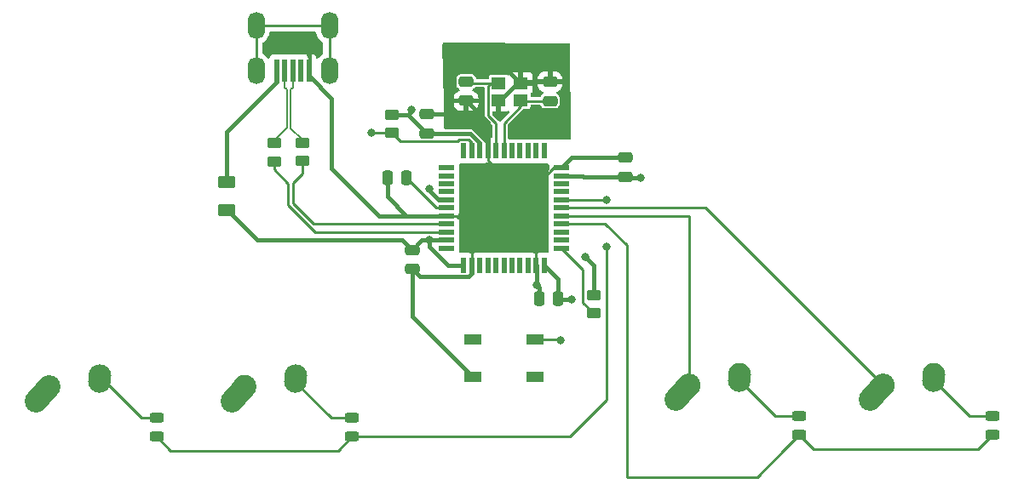
<source format=gbr>
%TF.GenerationSoftware,KiCad,Pcbnew,7.0.8*%
%TF.CreationDate,2023-11-14T13:05:45-05:00*%
%TF.ProjectId,KiCad Files,4b694361-6420-4466-996c-65732e6b6963,rev?*%
%TF.SameCoordinates,Original*%
%TF.FileFunction,Copper,L2,Bot*%
%TF.FilePolarity,Positive*%
%FSLAX46Y46*%
G04 Gerber Fmt 4.6, Leading zero omitted, Abs format (unit mm)*
G04 Created by KiCad (PCBNEW 7.0.8) date 2023-11-14 13:05:45*
%MOMM*%
%LPD*%
G01*
G04 APERTURE LIST*
G04 Aperture macros list*
%AMRoundRect*
0 Rectangle with rounded corners*
0 $1 Rounding radius*
0 $2 $3 $4 $5 $6 $7 $8 $9 X,Y pos of 4 corners*
0 Add a 4 corners polygon primitive as box body*
4,1,4,$2,$3,$4,$5,$6,$7,$8,$9,$2,$3,0*
0 Add four circle primitives for the rounded corners*
1,1,$1+$1,$2,$3*
1,1,$1+$1,$4,$5*
1,1,$1+$1,$6,$7*
1,1,$1+$1,$8,$9*
0 Add four rect primitives between the rounded corners*
20,1,$1+$1,$2,$3,$4,$5,0*
20,1,$1+$1,$4,$5,$6,$7,0*
20,1,$1+$1,$6,$7,$8,$9,0*
20,1,$1+$1,$8,$9,$2,$3,0*%
%AMHorizOval*
0 Thick line with rounded ends*
0 $1 width*
0 $2 $3 position (X,Y) of the first rounded end (center of the circle)*
0 $4 $5 position (X,Y) of the second rounded end (center of the circle)*
0 Add line between two ends*
20,1,$1,$2,$3,$4,$5,0*
0 Add two circle primitives to create the rounded ends*
1,1,$1,$2,$3*
1,1,$1,$4,$5*%
G04 Aperture macros list end*
%TA.AperFunction,ComponentPad*%
%ADD10HorizOval,2.250000X0.655001X0.730000X-0.655001X-0.730000X0*%
%TD*%
%TA.AperFunction,ComponentPad*%
%ADD11C,2.250000*%
%TD*%
%TA.AperFunction,ComponentPad*%
%ADD12HorizOval,2.250000X0.020000X0.290000X-0.020000X-0.290000X0*%
%TD*%
%TA.AperFunction,SMDPad,CuDef*%
%ADD13RoundRect,0.243750X0.456250X-0.243750X0.456250X0.243750X-0.456250X0.243750X-0.456250X-0.243750X0*%
%TD*%
%TA.AperFunction,SMDPad,CuDef*%
%ADD14RoundRect,0.250000X0.450000X-0.262500X0.450000X0.262500X-0.450000X0.262500X-0.450000X-0.262500X0*%
%TD*%
%TA.AperFunction,SMDPad,CuDef*%
%ADD15R,1.800000X1.100000*%
%TD*%
%TA.AperFunction,SMDPad,CuDef*%
%ADD16RoundRect,0.250000X-0.450000X0.262500X-0.450000X-0.262500X0.450000X-0.262500X0.450000X0.262500X0*%
%TD*%
%TA.AperFunction,SMDPad,CuDef*%
%ADD17RoundRect,0.250000X0.250000X0.475000X-0.250000X0.475000X-0.250000X-0.475000X0.250000X-0.475000X0*%
%TD*%
%TA.AperFunction,SMDPad,CuDef*%
%ADD18R,1.500000X0.550000*%
%TD*%
%TA.AperFunction,SMDPad,CuDef*%
%ADD19R,0.550000X1.500000*%
%TD*%
%TA.AperFunction,SMDPad,CuDef*%
%ADD20RoundRect,0.250000X0.475000X-0.250000X0.475000X0.250000X-0.475000X0.250000X-0.475000X-0.250000X0*%
%TD*%
%TA.AperFunction,SMDPad,CuDef*%
%ADD21R,0.500000X2.250000*%
%TD*%
%TA.AperFunction,ComponentPad*%
%ADD22O,1.700000X2.700000*%
%TD*%
%TA.AperFunction,SMDPad,CuDef*%
%ADD23RoundRect,0.250000X-0.625000X0.375000X-0.625000X-0.375000X0.625000X-0.375000X0.625000X0.375000X0*%
%TD*%
%TA.AperFunction,SMDPad,CuDef*%
%ADD24RoundRect,0.250000X-0.475000X0.250000X-0.475000X-0.250000X0.475000X-0.250000X0.475000X0.250000X0*%
%TD*%
%TA.AperFunction,SMDPad,CuDef*%
%ADD25R,1.400000X1.200000*%
%TD*%
%TA.AperFunction,ViaPad*%
%ADD26C,0.800000*%
%TD*%
%TA.AperFunction,Conductor*%
%ADD27C,0.381000*%
%TD*%
%TA.AperFunction,Conductor*%
%ADD28C,0.250000*%
%TD*%
%TA.AperFunction,Conductor*%
%ADD29C,0.200000*%
%TD*%
G04 APERTURE END LIST*
D10*
%TO.P,MX4,1,COL*%
%TO.N,COL1*%
X180525001Y-109740000D03*
D11*
X181180000Y-109010000D03*
D12*
%TO.P,MX4,2,ROW*%
%TO.N,Net-(D4-A)*%
X186200000Y-108220000D03*
D11*
X186220000Y-107930000D03*
%TD*%
D10*
%TO.P,MX2,1,COL*%
%TO.N,COL1*%
X117095001Y-109872500D03*
D11*
X117750000Y-109142500D03*
D12*
%TO.P,MX2,2,ROW*%
%TO.N,Net-(D2-A)*%
X122770000Y-108352500D03*
D11*
X122790000Y-108062500D03*
%TD*%
D10*
%TO.P,MX3,1,COL*%
%TO.N,COL0*%
X161255001Y-109740000D03*
D11*
X161910000Y-109010000D03*
D12*
%TO.P,MX3,2,ROW*%
%TO.N,Net-(D3-A)*%
X166930000Y-108220000D03*
D11*
X166950000Y-107930000D03*
%TD*%
D10*
%TO.P,MX1,1,COL*%
%TO.N,COL0*%
X97625001Y-109880000D03*
D11*
X98280000Y-109150000D03*
D12*
%TO.P,MX1,2,ROW*%
%TO.N,Net-(D1-A)*%
X103300000Y-108360000D03*
D11*
X103320000Y-108070000D03*
%TD*%
D13*
%TO.P,D4,1,K*%
%TO.N,ROW1*%
X192058750Y-113936250D03*
%TO.P,D4,2,A*%
%TO.N,Net-(D4-A)*%
X192058750Y-112061250D03*
%TD*%
D14*
%TO.P,R4,1*%
%TO.N,Net-(U1-~{HWB}{slash}PE2)*%
X152400000Y-101837500D03*
%TO.P,R4,2*%
%TO.N,GND*%
X152400000Y-100012500D03*
%TD*%
D15*
%TO.P,SW1,1,1*%
%TO.N,GND*%
X140375000Y-108175000D03*
%TO.P,SW1,2,2*%
%TO.N,Net-(U1-~{RESET})*%
X146575000Y-104475000D03*
%TO.P,SW1,3*%
%TO.N,N/C*%
X140375000Y-104475000D03*
%TO.P,SW1,4*%
X146575000Y-108175000D03*
%TD*%
D16*
%TO.P,R1,1*%
%TO.N,+5V*%
X132390000Y-82077500D03*
%TO.P,R1,2*%
%TO.N,Net-(U1-~{RESET})*%
X132390000Y-83902500D03*
%TD*%
D17*
%TO.P,C3,1*%
%TO.N,Net-(U1-UCAP)*%
X133810000Y-88390000D03*
%TO.P,C3,2*%
%TO.N,GND*%
X131910000Y-88390000D03*
%TD*%
D18*
%TO.P,U1,1,PE6*%
%TO.N,unconnected-(U1-PE6-Pad1)*%
X137810000Y-95360000D03*
%TO.P,U1,2,UVCC*%
%TO.N,+5V*%
X137810000Y-94560000D03*
%TO.P,U1,3,D-*%
%TO.N,Net-(U1-D-)*%
X137810000Y-93760000D03*
%TO.P,U1,4,D+*%
%TO.N,Net-(U1-D+)*%
X137810000Y-92960000D03*
%TO.P,U1,5,UGND*%
%TO.N,GND*%
X137810000Y-92160000D03*
%TO.P,U1,6,UCAP*%
%TO.N,Net-(U1-UCAP)*%
X137810000Y-91360000D03*
%TO.P,U1,7,VBUS*%
%TO.N,+5V*%
X137810000Y-90560000D03*
%TO.P,U1,8,PB0*%
%TO.N,unconnected-(U1-PB0-Pad8)*%
X137810000Y-89760000D03*
%TO.P,U1,9,PB1*%
%TO.N,unconnected-(U1-PB1-Pad9)*%
X137810000Y-88960000D03*
%TO.P,U1,10,PB2*%
%TO.N,unconnected-(U1-PB2-Pad10)*%
X137810000Y-88160000D03*
%TO.P,U1,11,PB3*%
%TO.N,unconnected-(U1-PB3-Pad11)*%
X137810000Y-87360000D03*
D19*
%TO.P,U1,12,PB7*%
%TO.N,unconnected-(U1-PB7-Pad12)*%
X139510000Y-85660000D03*
%TO.P,U1,13,~{RESET}*%
%TO.N,Net-(U1-~{RESET})*%
X140310000Y-85660000D03*
%TO.P,U1,14,VCC*%
%TO.N,+5V*%
X141110000Y-85660000D03*
%TO.P,U1,15,GND*%
%TO.N,GND*%
X141910000Y-85660000D03*
%TO.P,U1,16,XTAL2*%
%TO.N,Net-(U1-XTAL2)*%
X142710000Y-85660000D03*
%TO.P,U1,17,XTAL1*%
%TO.N,Net-(U1-XTAL1)*%
X143510000Y-85660000D03*
%TO.P,U1,18,PD0*%
%TO.N,unconnected-(U1-PD0-Pad18)*%
X144310000Y-85660000D03*
%TO.P,U1,19,PD1*%
%TO.N,unconnected-(U1-PD1-Pad19)*%
X145110000Y-85660000D03*
%TO.P,U1,20,PD2*%
%TO.N,unconnected-(U1-PD2-Pad20)*%
X145910000Y-85660000D03*
%TO.P,U1,21,PD3*%
%TO.N,unconnected-(U1-PD3-Pad21)*%
X146710000Y-85660000D03*
%TO.P,U1,22,PD5*%
%TO.N,unconnected-(U1-PD5-Pad22)*%
X147510000Y-85660000D03*
D18*
%TO.P,U1,23,GND*%
%TO.N,GND*%
X149210000Y-87360000D03*
%TO.P,U1,24,AVCC*%
%TO.N,+5V*%
X149210000Y-88160000D03*
%TO.P,U1,25,PD4*%
%TO.N,unconnected-(U1-PD4-Pad25)*%
X149210000Y-88960000D03*
%TO.P,U1,26,PD6*%
%TO.N,unconnected-(U1-PD6-Pad26)*%
X149210000Y-89760000D03*
%TO.P,U1,27,PD7*%
%TO.N,ROW0*%
X149210000Y-90560000D03*
%TO.P,U1,28,PB4*%
%TO.N,COL1*%
X149210000Y-91360000D03*
%TO.P,U1,29,PB5*%
%TO.N,COL0*%
X149210000Y-92160000D03*
%TO.P,U1,30,PB6*%
%TO.N,ROW1*%
X149210000Y-92960000D03*
%TO.P,U1,31,PC6*%
%TO.N,unconnected-(U1-PC6-Pad31)*%
X149210000Y-93760000D03*
%TO.P,U1,32,PC7*%
%TO.N,unconnected-(U1-PC7-Pad32)*%
X149210000Y-94560000D03*
%TO.P,U1,33,~{HWB}/PE2*%
%TO.N,Net-(U1-~{HWB}{slash}PE2)*%
X149210000Y-95360000D03*
D19*
%TO.P,U1,34,VCC*%
%TO.N,+5V*%
X147510000Y-97060000D03*
%TO.P,U1,35,GND*%
%TO.N,GND*%
X146710000Y-97060000D03*
%TO.P,U1,36,PF7*%
%TO.N,unconnected-(U1-PF7-Pad36)*%
X145910000Y-97060000D03*
%TO.P,U1,37,PF6*%
%TO.N,unconnected-(U1-PF6-Pad37)*%
X145110000Y-97060000D03*
%TO.P,U1,38,PF5*%
%TO.N,unconnected-(U1-PF5-Pad38)*%
X144310000Y-97060000D03*
%TO.P,U1,39,PF4*%
%TO.N,unconnected-(U1-PF4-Pad39)*%
X143510000Y-97060000D03*
%TO.P,U1,40,PF1*%
%TO.N,unconnected-(U1-PF1-Pad40)*%
X142710000Y-97060000D03*
%TO.P,U1,41,PF0*%
%TO.N,unconnected-(U1-PF0-Pad41)*%
X141910000Y-97060000D03*
%TO.P,U1,42,AREF*%
%TO.N,unconnected-(U1-AREF-Pad42)*%
X141110000Y-97060000D03*
%TO.P,U1,43,GND*%
%TO.N,GND*%
X140310000Y-97060000D03*
%TO.P,U1,44,AVCC*%
%TO.N,+5V*%
X139510000Y-97060000D03*
%TD*%
D20*
%TO.P,C4,1*%
%TO.N,+5V*%
X135830000Y-83940000D03*
%TO.P,C4,2*%
%TO.N,GND*%
X135830000Y-82040000D03*
%TD*%
D16*
%TO.P,R3,1*%
%TO.N,D-*%
X120650000Y-84917500D03*
%TO.P,R3,2*%
%TO.N,Net-(U1-D-)*%
X120650000Y-86742500D03*
%TD*%
D17*
%TO.P,C6,1*%
%TO.N,+5V*%
X148890000Y-100380000D03*
%TO.P,C6,2*%
%TO.N,GND*%
X146990000Y-100380000D03*
%TD*%
D13*
%TO.P,D3,1,K*%
%TO.N,ROW1*%
X172861250Y-113946250D03*
%TO.P,D3,2,A*%
%TO.N,Net-(D3-A)*%
X172861250Y-112071250D03*
%TD*%
D16*
%TO.P,R2,1*%
%TO.N,D+*%
X123460000Y-84887500D03*
%TO.P,R2,2*%
%TO.N,Net-(U1-D+)*%
X123460000Y-86712500D03*
%TD*%
D21*
%TO.P,USB1,1,GND*%
%TO.N,GND*%
X124120000Y-77690000D03*
%TO.P,USB1,2,ID*%
%TO.N,unconnected-(USB1-ID-Pad2)*%
X123320000Y-77690000D03*
%TO.P,USB1,3,D+*%
%TO.N,D+*%
X122520000Y-77690000D03*
%TO.P,USB1,4,D-*%
%TO.N,D-*%
X121720000Y-77690000D03*
%TO.P,USB1,5,VBUS*%
%TO.N,VCC*%
X120920000Y-77690000D03*
D22*
%TO.P,USB1,6,SHIELD*%
%TO.N,unconnected-(USB1-SHIELD-Pad6)*%
X126170000Y-73190000D03*
X118870000Y-73190000D03*
X126170000Y-77690000D03*
X118870000Y-77690000D03*
%TD*%
D23*
%TO.P,F1,1*%
%TO.N,VCC*%
X115960000Y-88810000D03*
%TO.P,F1,2*%
%TO.N,+5V*%
X115960000Y-91610000D03*
%TD*%
D24*
%TO.P,C7,1*%
%TO.N,+5V*%
X134375000Y-95550000D03*
%TO.P,C7,2*%
%TO.N,GND*%
X134375000Y-97450000D03*
%TD*%
D13*
%TO.P,D1,1,K*%
%TO.N,ROW0*%
X108960000Y-114100000D03*
%TO.P,D1,2,A*%
%TO.N,Net-(D1-A)*%
X108960000Y-112225000D03*
%TD*%
D20*
%TO.P,C2,1*%
%TO.N,GND*%
X139740000Y-80700000D03*
%TO.P,C2,2*%
%TO.N,Net-(U1-XTAL2)*%
X139740000Y-78800000D03*
%TD*%
D13*
%TO.P,D2,1,K*%
%TO.N,ROW0*%
X128430000Y-114102500D03*
%TO.P,D2,2,A*%
%TO.N,Net-(D2-A)*%
X128430000Y-112227500D03*
%TD*%
D24*
%TO.P,C1,1*%
%TO.N,GND*%
X148080000Y-78810000D03*
%TO.P,C1,2*%
%TO.N,Net-(U1-XTAL1)*%
X148080000Y-80710000D03*
%TD*%
D25*
%TO.P,Y1,1,1*%
%TO.N,Net-(U1-XTAL1)*%
X145180000Y-80630000D03*
%TO.P,Y1,2,2*%
%TO.N,GND*%
X142980000Y-80630000D03*
%TO.P,Y1,3,3*%
%TO.N,Net-(U1-XTAL2)*%
X142980000Y-78930000D03*
%TO.P,Y1,4,4*%
%TO.N,GND*%
X145180000Y-78930000D03*
%TD*%
D20*
%TO.P,C5,1*%
%TO.N,+5V*%
X155575000Y-88262500D03*
%TO.P,C5,2*%
%TO.N,GND*%
X155575000Y-86362500D03*
%TD*%
D26*
%TO.N,GND*%
X151550000Y-96225000D03*
X146775000Y-99050000D03*
%TO.N,+5V*%
X136075000Y-94560000D03*
X157100000Y-88325000D03*
X136075000Y-89500000D03*
X134275000Y-81550000D03*
X150275000Y-100450000D03*
%TO.N,ROW0*%
X153700000Y-95225000D03*
X153700000Y-90550000D03*
%TO.N,Net-(U1-~{RESET})*%
X149150000Y-104575000D03*
X130375000Y-83900000D03*
%TD*%
D27*
%TO.N,GND*%
X138400000Y-80700000D02*
X139740000Y-80700000D01*
D28*
X146710000Y-97060000D02*
X146710000Y-94810000D01*
D27*
X135125500Y-98200500D02*
X139946750Y-98200500D01*
X134375000Y-97450000D02*
X135125500Y-98200500D01*
X146775000Y-97125000D02*
X146710000Y-97060000D01*
D28*
X145550000Y-90270000D02*
X148460000Y-87360000D01*
D27*
X152400000Y-97075000D02*
X151550000Y-96225000D01*
X131110000Y-92160000D02*
X126350000Y-87400000D01*
X146990000Y-99265000D02*
X146775000Y-99050000D01*
X126350000Y-80475000D02*
X124120000Y-78245000D01*
X133825000Y-92160000D02*
X131110000Y-92160000D01*
X146990000Y-100380000D02*
X146990000Y-99265000D01*
X134375000Y-102175000D02*
X140375000Y-108175000D01*
X141910000Y-84861092D02*
X141910000Y-85660000D01*
X137875000Y-78275000D02*
X137875000Y-80175000D01*
X137810000Y-92160000D02*
X133825000Y-92160000D01*
X124120000Y-78245000D02*
X124120000Y-77690000D01*
D28*
X145550000Y-93650000D02*
X140300000Y-93650000D01*
X140310000Y-93660000D02*
X140310000Y-97060000D01*
X146710000Y-94810000D02*
X145550000Y-93650000D01*
D27*
X139088908Y-82040000D02*
X141910000Y-84861092D01*
D28*
X140300000Y-93650000D02*
X138810000Y-92160000D01*
D27*
X145180000Y-78930000D02*
X144832250Y-78930000D01*
X148080000Y-78810000D02*
X145300000Y-78810000D01*
X139946750Y-98200500D02*
X140310000Y-97837250D01*
X143925000Y-77675000D02*
X138475000Y-77675000D01*
D28*
X145550000Y-93650000D02*
X145550000Y-90270000D01*
D27*
X152400000Y-100012500D02*
X152400000Y-97075000D01*
X134375000Y-97450000D02*
X134375000Y-102175000D01*
D28*
X141910000Y-86630000D02*
X141910000Y-85660000D01*
X138810000Y-92160000D02*
X137810000Y-92160000D01*
D27*
X126350000Y-87400000D02*
X126350000Y-80475000D01*
X137875000Y-80175000D02*
X138400000Y-80700000D01*
D28*
X148460000Y-87360000D02*
X149210000Y-87360000D01*
D27*
X144832250Y-78930000D02*
X143132250Y-80630000D01*
D28*
X140300000Y-93650000D02*
X140310000Y-93660000D01*
D27*
X138475000Y-77675000D02*
X137875000Y-78275000D01*
X150207500Y-86362500D02*
X149210000Y-87360000D01*
X131910000Y-90245000D02*
X133825000Y-92160000D01*
X140310000Y-97837250D02*
X140310000Y-97060000D01*
X139740000Y-80700000D02*
X141910000Y-82870000D01*
X135830000Y-82040000D02*
X139088908Y-82040000D01*
X141910000Y-82870000D02*
X141910000Y-84861092D01*
X155575000Y-86362500D02*
X150207500Y-86362500D01*
X131910000Y-88390000D02*
X131910000Y-90245000D01*
X143132250Y-80630000D02*
X142980000Y-80630000D01*
X146775000Y-99050000D02*
X146775000Y-97125000D01*
X145180000Y-78930000D02*
X143925000Y-77675000D01*
D28*
X145550000Y-90270000D02*
X141910000Y-86630000D01*
D27*
X145300000Y-78810000D02*
X145180000Y-78930000D01*
D28*
%TO.N,Net-(U1-XTAL1)*%
X145180000Y-81245000D02*
X143510000Y-82915000D01*
X145180000Y-80630000D02*
X145180000Y-81245000D01*
X143510000Y-82915000D02*
X143510000Y-85660000D01*
X145260000Y-80710000D02*
X145180000Y-80630000D01*
X148080000Y-80710000D02*
X145260000Y-80710000D01*
%TO.N,Net-(U1-XTAL2)*%
X141955000Y-82185972D02*
X142710000Y-82940972D01*
X142980000Y-78930000D02*
X142280000Y-78930000D01*
X142710000Y-82940972D02*
X142710000Y-85660000D01*
X142980000Y-78930000D02*
X139870000Y-78930000D01*
X142280000Y-78930000D02*
X141955000Y-79255000D01*
X141955000Y-79255000D02*
X141955000Y-82185972D01*
X139870000Y-78930000D02*
X139740000Y-78800000D01*
%TO.N,Net-(U1-UCAP)*%
X133810000Y-88390000D02*
X136780000Y-91360000D01*
X136780000Y-91360000D02*
X137810000Y-91360000D01*
D27*
%TO.N,+5V*%
X136075000Y-95202250D02*
X136075000Y-94560000D01*
X136075000Y-89602250D02*
X136075000Y-89500000D01*
X141110000Y-84882750D02*
X141110000Y-85660000D01*
X149210000Y-88160000D02*
X151335000Y-88160000D01*
X134275000Y-81770000D02*
X133967500Y-82077500D01*
X137810000Y-90560000D02*
X137032750Y-90560000D01*
X155637500Y-88325000D02*
X155575000Y-88262500D01*
X157100000Y-88325000D02*
X155637500Y-88325000D01*
X116035000Y-91610000D02*
X118975000Y-94550000D01*
X148890000Y-100380000D02*
X148890000Y-98440000D01*
X133375000Y-94550000D02*
X134375000Y-95550000D01*
X132390000Y-82077500D02*
X133967500Y-82077500D01*
X139510000Y-97060000D02*
X137932750Y-97060000D01*
X137032750Y-90560000D02*
X136075000Y-89602250D01*
X133967500Y-82077500D02*
X135830000Y-83940000D01*
X135830000Y-83940000D02*
X140167250Y-83940000D01*
X140167250Y-83940000D02*
X141110000Y-84882750D01*
X134375000Y-95550000D02*
X135365000Y-94560000D01*
X155575000Y-88262500D02*
X151437500Y-88262500D01*
X148960000Y-100450000D02*
X148890000Y-100380000D01*
X115960000Y-91610000D02*
X116035000Y-91610000D01*
X148890000Y-98440000D02*
X147510000Y-97060000D01*
X118975000Y-94550000D02*
X133375000Y-94550000D01*
X136075000Y-94560000D02*
X137810000Y-94560000D01*
X137932750Y-97060000D02*
X136075000Y-95202250D01*
X134275000Y-81550000D02*
X134275000Y-81770000D01*
X150275000Y-100450000D02*
X148960000Y-100450000D01*
X151335000Y-88160000D02*
X151437500Y-88262500D01*
X135365000Y-94560000D02*
X136075000Y-94560000D01*
D28*
%TO.N,ROW0*%
X128430000Y-114102500D02*
X150097500Y-114102500D01*
X127021100Y-115511400D02*
X128430000Y-114102500D01*
X153700000Y-90550000D02*
X153690000Y-90560000D01*
X108960000Y-114100000D02*
X110371400Y-115511400D01*
X110371400Y-115511400D02*
X127021100Y-115511400D01*
X150097500Y-114102500D02*
X153700000Y-110500000D01*
X153700000Y-110500000D02*
X153700000Y-95225000D01*
X153690000Y-90560000D02*
X149210000Y-90560000D01*
%TO.N,Net-(D1-A)*%
X107475000Y-112225000D02*
X103320000Y-108070000D01*
X108960000Y-112225000D02*
X107475000Y-112225000D01*
%TO.N,Net-(D2-A)*%
X126335000Y-112227500D02*
X122750000Y-108642500D01*
X128430000Y-112227500D02*
X126335000Y-112227500D01*
%TO.N,ROW1*%
X171428600Y-115396400D02*
X168675000Y-118150000D01*
X174293900Y-115378900D02*
X190616100Y-115378900D01*
X153565000Y-92960000D02*
X149210000Y-92960000D01*
X168675000Y-118150000D02*
X155700000Y-118150000D01*
X155700000Y-95075000D02*
X153575000Y-92950000D01*
X190616100Y-115378900D02*
X192058750Y-113936250D01*
X171428600Y-115378900D02*
X171428600Y-115396400D01*
X172861250Y-113946250D02*
X171428600Y-115378900D01*
X153575000Y-92950000D02*
X153565000Y-92960000D01*
X172861250Y-113946250D02*
X174293900Y-115378900D01*
X155700000Y-118150000D02*
X155700000Y-95075000D01*
%TO.N,Net-(D3-A)*%
X170471250Y-112071250D02*
X166910000Y-108510000D01*
X172861250Y-112071250D02*
X170471250Y-112071250D01*
%TO.N,Net-(D4-A)*%
X192058750Y-112061250D02*
X189731250Y-112061250D01*
X189731250Y-112061250D02*
X186180000Y-108510000D01*
D27*
%TO.N,VCC*%
X120920000Y-77690000D02*
X120920000Y-78815000D01*
X115960000Y-83775000D02*
X115960000Y-88810000D01*
X120920000Y-78815000D02*
X115960000Y-83775000D01*
D28*
%TO.N,COL0*%
X161915000Y-92160000D02*
X149210000Y-92160000D01*
X161910000Y-99810000D02*
X161925000Y-99795000D01*
X161910000Y-109010000D02*
X161910000Y-99810000D01*
X161925000Y-99795000D02*
X161925000Y-92150000D01*
X161925000Y-92150000D02*
X161915000Y-92160000D01*
%TO.N,COL1*%
X181180000Y-109010000D02*
X163530000Y-91360000D01*
X163530000Y-91360000D02*
X149210000Y-91360000D01*
%TO.N,Net-(U1-~{RESET})*%
X133252500Y-84765000D02*
X138860000Y-84765000D01*
X132387500Y-83900000D02*
X132390000Y-83902500D01*
X132390000Y-83902500D02*
X133252500Y-84765000D01*
X140310000Y-84910000D02*
X140310000Y-85660000D01*
X139040000Y-84585000D02*
X139985000Y-84585000D01*
X149150000Y-104575000D02*
X149050000Y-104475000D01*
X149050000Y-104475000D02*
X146575000Y-104475000D01*
X130375000Y-83900000D02*
X132387500Y-83900000D01*
X139985000Y-84585000D02*
X140310000Y-84910000D01*
X138860000Y-84765000D02*
X139040000Y-84585000D01*
D29*
%TO.N,D+*%
X122520000Y-77690000D02*
X122520000Y-79405000D01*
X122520000Y-79405000D02*
X122325000Y-79600000D01*
X123460000Y-84560000D02*
X122325000Y-83425000D01*
X122325000Y-83425000D02*
X122325000Y-79600000D01*
X123460000Y-84887500D02*
X123460000Y-84560000D01*
D28*
%TO.N,Net-(U1-D+)*%
X122525000Y-88850000D02*
X122525000Y-90900000D01*
X123460000Y-87915000D02*
X122525000Y-88850000D01*
X122525000Y-90900000D02*
X124585000Y-92960000D01*
X124585000Y-92960000D02*
X137810000Y-92960000D01*
X123460000Y-86712500D02*
X123460000Y-87915000D01*
D29*
%TO.N,D-*%
X120650000Y-84675000D02*
X120650000Y-84917500D01*
X121925000Y-83400000D02*
X120650000Y-84675000D01*
X121925000Y-79600000D02*
X121925000Y-83400000D01*
X121720000Y-77690000D02*
X121720000Y-79395000D01*
X121720000Y-79395000D02*
X121925000Y-79600000D01*
D28*
%TO.N,Net-(U1-D-)*%
X120650000Y-87550000D02*
X120650000Y-86742500D01*
X122075000Y-88975000D02*
X120650000Y-87550000D01*
X124748604Y-93760000D02*
X122075000Y-91086396D01*
X137810000Y-93760000D02*
X124748604Y-93760000D01*
X122075000Y-91086396D02*
X122075000Y-88975000D01*
%TO.N,Net-(U1-~{HWB}{slash}PE2)*%
X151375000Y-100812500D02*
X151375000Y-97525000D01*
X151375000Y-97525000D02*
X149210000Y-95360000D01*
X152400000Y-101837500D02*
X151375000Y-100812500D01*
%TO.N,unconnected-(USB1-SHIELD-Pad6)*%
X118870000Y-77690000D02*
X118870000Y-73190000D01*
X126170000Y-73190000D02*
X126170000Y-77690000D01*
X126170000Y-73190000D02*
X118870000Y-73190000D01*
%TD*%
%TA.AperFunction,Conductor*%
%TO.N,GND*%
G36*
X149927206Y-74949757D02*
G01*
X149994205Y-74969574D01*
X150039856Y-75022469D01*
X150050956Y-75072791D01*
X150124018Y-84449036D01*
X150104857Y-84516227D01*
X150052411Y-84562392D01*
X149999036Y-84573998D01*
X144008514Y-84526359D01*
X143941633Y-84506142D01*
X143896300Y-84452976D01*
X143885500Y-84402363D01*
X143885500Y-83121898D01*
X143905185Y-83054859D01*
X143921814Y-83034222D01*
X145408889Y-81547146D01*
X145428746Y-81531022D01*
X145437836Y-81525084D01*
X145437838Y-81525082D01*
X145445396Y-81518125D01*
X145447029Y-81519899D01*
X145492014Y-81487525D01*
X145533157Y-81480500D01*
X145904676Y-81480500D01*
X145904677Y-81480499D01*
X145977740Y-81465966D01*
X146060601Y-81410601D01*
X146115966Y-81327740D01*
X146130500Y-81254674D01*
X146130500Y-81209500D01*
X146150185Y-81142461D01*
X146202989Y-81096706D01*
X146254500Y-81085500D01*
X147031533Y-81085500D01*
X147098572Y-81105185D01*
X147144327Y-81157989D01*
X147147715Y-81166166D01*
X147161203Y-81202330D01*
X147161206Y-81202335D01*
X147247452Y-81317544D01*
X147247455Y-81317547D01*
X147362664Y-81403793D01*
X147362671Y-81403797D01*
X147497517Y-81454091D01*
X147497516Y-81454091D01*
X147504444Y-81454835D01*
X147557127Y-81460500D01*
X148602872Y-81460499D01*
X148662483Y-81454091D01*
X148797331Y-81403796D01*
X148912546Y-81317546D01*
X148998796Y-81202331D01*
X149049091Y-81067483D01*
X149055500Y-81007873D01*
X149055499Y-80412128D01*
X149049091Y-80352517D01*
X149042253Y-80334184D01*
X148998797Y-80217671D01*
X148998793Y-80217664D01*
X148912547Y-80102455D01*
X148912544Y-80102452D01*
X148797335Y-80016206D01*
X148797329Y-80016203D01*
X148777529Y-80008818D01*
X148721596Y-79966946D01*
X148697179Y-79901482D01*
X148712031Y-79833209D01*
X148761437Y-79783804D01*
X148781860Y-79774930D01*
X148874117Y-79744359D01*
X148874124Y-79744356D01*
X149023345Y-79652315D01*
X149147315Y-79528345D01*
X149239356Y-79379124D01*
X149239358Y-79379119D01*
X149294505Y-79212697D01*
X149294506Y-79212690D01*
X149304999Y-79109986D01*
X149305000Y-79109973D01*
X149305000Y-79060000D01*
X146855001Y-79060000D01*
X146855001Y-79109986D01*
X146865494Y-79212697D01*
X146920641Y-79379119D01*
X146920643Y-79379124D01*
X147012684Y-79528345D01*
X147136654Y-79652315D01*
X147285875Y-79744356D01*
X147285880Y-79744358D01*
X147378140Y-79774930D01*
X147435585Y-79814702D01*
X147462408Y-79879218D01*
X147450093Y-79947994D01*
X147402550Y-79999194D01*
X147382471Y-80008817D01*
X147362674Y-80016201D01*
X147362664Y-80016206D01*
X147247455Y-80102452D01*
X147247452Y-80102455D01*
X147161206Y-80217664D01*
X147161203Y-80217669D01*
X147147715Y-80253834D01*
X147105843Y-80309767D01*
X147040379Y-80334184D01*
X147031533Y-80334500D01*
X146254500Y-80334500D01*
X146187461Y-80314815D01*
X146141706Y-80262011D01*
X146130500Y-80210500D01*
X146130500Y-80029125D01*
X146150185Y-79962086D01*
X146180189Y-79929858D01*
X146237189Y-79887187D01*
X146237190Y-79887186D01*
X146323352Y-79772088D01*
X146323354Y-79772086D01*
X146373596Y-79637379D01*
X146373598Y-79637372D01*
X146379999Y-79577844D01*
X146380000Y-79577827D01*
X146380000Y-79180000D01*
X145054000Y-79180000D01*
X144986961Y-79160315D01*
X144941206Y-79107511D01*
X144930000Y-79056000D01*
X144930000Y-77830000D01*
X145430000Y-77830000D01*
X145430000Y-78680000D01*
X146380000Y-78680000D01*
X146380000Y-78560000D01*
X146855000Y-78560000D01*
X147830000Y-78560000D01*
X147830000Y-77810000D01*
X148330000Y-77810000D01*
X148330000Y-78560000D01*
X149304999Y-78560000D01*
X149304999Y-78510028D01*
X149304998Y-78510013D01*
X149294505Y-78407302D01*
X149239358Y-78240880D01*
X149239356Y-78240875D01*
X149147315Y-78091654D01*
X149023345Y-77967684D01*
X148874124Y-77875643D01*
X148874119Y-77875641D01*
X148707697Y-77820494D01*
X148707690Y-77820493D01*
X148604986Y-77810000D01*
X148330000Y-77810000D01*
X147830000Y-77810000D01*
X147555029Y-77810000D01*
X147555012Y-77810001D01*
X147452302Y-77820494D01*
X147285880Y-77875641D01*
X147285875Y-77875643D01*
X147136654Y-77967684D01*
X147012684Y-78091654D01*
X146920643Y-78240875D01*
X146920641Y-78240880D01*
X146865494Y-78407302D01*
X146865493Y-78407309D01*
X146855000Y-78510013D01*
X146855000Y-78560000D01*
X146380000Y-78560000D01*
X146380000Y-78282172D01*
X146379999Y-78282155D01*
X146373598Y-78222627D01*
X146373596Y-78222620D01*
X146323354Y-78087913D01*
X146323350Y-78087906D01*
X146237190Y-77972812D01*
X146237187Y-77972809D01*
X146122093Y-77886649D01*
X146122086Y-77886645D01*
X145987379Y-77836403D01*
X145987372Y-77836401D01*
X145927844Y-77830000D01*
X145430000Y-77830000D01*
X144930000Y-77830000D01*
X144432155Y-77830000D01*
X144372627Y-77836401D01*
X144372620Y-77836403D01*
X144237913Y-77886645D01*
X144237906Y-77886649D01*
X144122812Y-77972809D01*
X144122809Y-77972812D01*
X144036649Y-78087906D01*
X144032396Y-78095696D01*
X144030357Y-78094582D01*
X143996055Y-78140398D01*
X143930588Y-78164810D01*
X143862317Y-78149953D01*
X143852862Y-78144228D01*
X143777739Y-78094033D01*
X143777735Y-78094032D01*
X143704677Y-78079500D01*
X143704674Y-78079500D01*
X142255326Y-78079500D01*
X142255323Y-78079500D01*
X142182264Y-78094032D01*
X142182260Y-78094033D01*
X142099399Y-78149399D01*
X142044033Y-78232260D01*
X142044032Y-78232264D01*
X142029500Y-78305321D01*
X142029500Y-78430500D01*
X142009815Y-78497539D01*
X141957011Y-78543294D01*
X141905500Y-78554500D01*
X140832514Y-78554500D01*
X140765475Y-78534815D01*
X140719720Y-78482011D01*
X140710951Y-78450050D01*
X140710876Y-78450068D01*
X140710375Y-78447951D01*
X140709224Y-78443753D01*
X140709091Y-78442516D01*
X140658797Y-78307671D01*
X140658793Y-78307664D01*
X140572547Y-78192455D01*
X140572544Y-78192452D01*
X140457335Y-78106206D01*
X140457328Y-78106202D01*
X140322482Y-78055908D01*
X140322483Y-78055908D01*
X140262883Y-78049501D01*
X140262881Y-78049500D01*
X140262873Y-78049500D01*
X140262864Y-78049500D01*
X139217129Y-78049500D01*
X139217123Y-78049501D01*
X139157516Y-78055908D01*
X139022671Y-78106202D01*
X139022664Y-78106206D01*
X138907455Y-78192452D01*
X138907452Y-78192455D01*
X138821206Y-78307664D01*
X138821202Y-78307671D01*
X138770910Y-78442513D01*
X138770909Y-78442517D01*
X138764500Y-78502127D01*
X138764500Y-78502134D01*
X138764500Y-78502135D01*
X138764500Y-79097870D01*
X138764501Y-79097876D01*
X138770908Y-79157483D01*
X138821202Y-79292328D01*
X138821206Y-79292335D01*
X138907452Y-79407544D01*
X138907455Y-79407547D01*
X139022664Y-79493793D01*
X139022673Y-79493798D01*
X139042468Y-79501181D01*
X139098402Y-79543051D01*
X139122820Y-79608515D01*
X139107969Y-79676788D01*
X139058565Y-79726194D01*
X139038141Y-79735069D01*
X138945878Y-79765642D01*
X138945875Y-79765643D01*
X138796654Y-79857684D01*
X138672684Y-79981654D01*
X138580643Y-80130875D01*
X138580641Y-80130880D01*
X138525494Y-80297302D01*
X138525493Y-80297309D01*
X138515000Y-80400013D01*
X138515000Y-80450000D01*
X140964999Y-80450000D01*
X140964999Y-80400028D01*
X140964998Y-80400013D01*
X140954505Y-80297302D01*
X140899358Y-80130880D01*
X140899356Y-80130875D01*
X140807315Y-79981654D01*
X140683345Y-79857684D01*
X140534124Y-79765643D01*
X140534119Y-79765641D01*
X140441859Y-79735069D01*
X140384414Y-79695296D01*
X140357591Y-79630780D01*
X140369906Y-79562004D01*
X140417449Y-79510804D01*
X140437533Y-79501180D01*
X140457326Y-79493798D01*
X140457331Y-79493796D01*
X140572546Y-79407546D01*
X140594673Y-79377989D01*
X140611740Y-79355190D01*
X140667674Y-79313318D01*
X140711007Y-79305500D01*
X141455500Y-79305500D01*
X141522539Y-79325185D01*
X141568294Y-79377989D01*
X141579500Y-79429500D01*
X141579500Y-82134168D01*
X141576862Y-82159606D01*
X141574633Y-82170240D01*
X141574633Y-82170241D01*
X141574633Y-82170243D01*
X141579023Y-82205463D01*
X141579500Y-82213139D01*
X141579500Y-82217088D01*
X141583342Y-82240113D01*
X141590134Y-82294599D01*
X141592373Y-82302119D01*
X141594934Y-82309580D01*
X141594935Y-82309582D01*
X141621055Y-82357849D01*
X141645174Y-82407183D01*
X141649742Y-82413581D01*
X141654582Y-82419799D01*
X141694971Y-82456981D01*
X142298181Y-83060190D01*
X142331666Y-83121513D01*
X142334500Y-83147871D01*
X142334500Y-84286000D01*
X142314815Y-84353039D01*
X142262011Y-84398794D01*
X142210500Y-84410000D01*
X142160000Y-84410000D01*
X142160000Y-84511660D01*
X141660000Y-84507683D01*
X141660000Y-84410000D01*
X141587155Y-84410000D01*
X141527627Y-84416401D01*
X141527619Y-84416403D01*
X141412698Y-84459266D01*
X141343006Y-84464250D01*
X141281684Y-84430765D01*
X141117846Y-84266927D01*
X140499046Y-83648128D01*
X140494428Y-83642960D01*
X140470594Y-83613073D01*
X140422483Y-83580271D01*
X140375643Y-83545702D01*
X140375641Y-83545701D01*
X140368253Y-83541796D01*
X140360752Y-83538184D01*
X140305108Y-83521020D01*
X140250168Y-83501795D01*
X140241953Y-83500241D01*
X140233721Y-83499000D01*
X140233720Y-83499000D01*
X140233718Y-83499000D01*
X140175495Y-83499000D01*
X140117317Y-83496822D01*
X140108084Y-83497863D01*
X140107987Y-83497008D01*
X140092867Y-83499000D01*
X137656738Y-83499000D01*
X137589699Y-83479315D01*
X137543944Y-83426511D01*
X137532753Y-83376947D01*
X137522342Y-82714107D01*
X137494633Y-80950000D01*
X138515001Y-80950000D01*
X138515001Y-80999986D01*
X138525494Y-81102697D01*
X138580641Y-81269119D01*
X138580643Y-81269124D01*
X138672684Y-81418345D01*
X138796654Y-81542315D01*
X138945875Y-81634356D01*
X138945880Y-81634358D01*
X139112302Y-81689505D01*
X139112309Y-81689506D01*
X139215019Y-81699999D01*
X139489999Y-81699999D01*
X139490000Y-81699998D01*
X139490000Y-80950000D01*
X139990000Y-80950000D01*
X139990000Y-81699999D01*
X140264972Y-81699999D01*
X140264986Y-81699998D01*
X140367697Y-81689505D01*
X140534119Y-81634358D01*
X140534124Y-81634356D01*
X140683345Y-81542315D01*
X140807315Y-81418345D01*
X140899356Y-81269124D01*
X140899358Y-81269119D01*
X140954505Y-81102697D01*
X140954506Y-81102690D01*
X140964999Y-80999986D01*
X140965000Y-80999973D01*
X140965000Y-80950000D01*
X139990000Y-80950000D01*
X139490000Y-80950000D01*
X138515001Y-80950000D01*
X137494633Y-80950000D01*
X137401982Y-75051195D01*
X137420612Y-74983856D01*
X137472690Y-74937278D01*
X137526210Y-74925249D01*
X149927206Y-74949757D01*
G37*
%TD.AperFunction*%
%TA.AperFunction,Conductor*%
G36*
X143173039Y-80399685D02*
G01*
X143218794Y-80452489D01*
X143230000Y-80504000D01*
X143230000Y-81730000D01*
X143727828Y-81730000D01*
X143727844Y-81729999D01*
X143787372Y-81723598D01*
X143787376Y-81723597D01*
X143864103Y-81694980D01*
X143933795Y-81689996D01*
X143995118Y-81723481D01*
X144028603Y-81784804D01*
X144023619Y-81854495D01*
X143995118Y-81898843D01*
X143281108Y-82612852D01*
X143261254Y-82628976D01*
X143252165Y-82634914D01*
X143252164Y-82634915D01*
X143230363Y-82662923D01*
X143225286Y-82668674D01*
X143222484Y-82671477D01*
X143222475Y-82671488D01*
X143213980Y-82683386D01*
X143208905Y-82690495D01*
X143203299Y-82697696D01*
X143201032Y-82700610D01*
X143144319Y-82741420D01*
X143074546Y-82745091D01*
X143018765Y-82713254D01*
X143017981Y-82714107D01*
X143014262Y-82710683D01*
X143013865Y-82710457D01*
X143013270Y-82709770D01*
X142971678Y-82671482D01*
X142970029Y-82669964D01*
X142707248Y-82407183D01*
X142366819Y-82066753D01*
X142333334Y-82005430D01*
X142330500Y-81979072D01*
X142330500Y-81854000D01*
X142350185Y-81786961D01*
X142402989Y-81741206D01*
X142454500Y-81730000D01*
X142730000Y-81730000D01*
X142730000Y-80504000D01*
X142749685Y-80436961D01*
X142802489Y-80391206D01*
X142854000Y-80380000D01*
X143106000Y-80380000D01*
X143173039Y-80399685D01*
G37*
%TD.AperFunction*%
%TD*%
%TA.AperFunction,Conductor*%
%TO.N,GND*%
G36*
X124778735Y-73835185D02*
G01*
X124824490Y-73887989D01*
X124833003Y-73920254D01*
X124833998Y-73920079D01*
X124834938Y-73925413D01*
X124896094Y-74153655D01*
X124896096Y-74153659D01*
X124896097Y-74153663D01*
X124946031Y-74260746D01*
X124995964Y-74367828D01*
X124995965Y-74367830D01*
X125131505Y-74561402D01*
X125220943Y-74650839D01*
X125298599Y-74728495D01*
X125491624Y-74863653D01*
X125535248Y-74918228D01*
X125544500Y-74965226D01*
X125544500Y-75914773D01*
X125524815Y-75981812D01*
X125491623Y-76016348D01*
X125298597Y-76151505D01*
X125131508Y-76318594D01*
X125058189Y-76423305D01*
X125003612Y-76466929D01*
X124934113Y-76474122D01*
X124871759Y-76442600D01*
X124840432Y-76395513D01*
X124813355Y-76322915D01*
X124813350Y-76322906D01*
X124727190Y-76207812D01*
X124727187Y-76207809D01*
X124612093Y-76121649D01*
X124612086Y-76121645D01*
X124477379Y-76071403D01*
X124477372Y-76071401D01*
X124417844Y-76065000D01*
X124370000Y-76065000D01*
X124370000Y-77816000D01*
X124350315Y-77883039D01*
X124297511Y-77928794D01*
X124246000Y-77940000D01*
X124194500Y-77940000D01*
X124127461Y-77920315D01*
X124081706Y-77867511D01*
X124070500Y-77816000D01*
X124070499Y-76517129D01*
X124070498Y-76517123D01*
X124064091Y-76457516D01*
X124013797Y-76322671D01*
X124013793Y-76322664D01*
X123927547Y-76207455D01*
X123927546Y-76207454D01*
X123919685Y-76201569D01*
X123877816Y-76145633D01*
X123870000Y-76102305D01*
X123870000Y-76065000D01*
X123822155Y-76065000D01*
X123762624Y-76071401D01*
X123755073Y-76073186D01*
X123754684Y-76071542D01*
X123694348Y-76075853D01*
X123677614Y-76070939D01*
X123677491Y-76070910D01*
X123677483Y-76070909D01*
X123617873Y-76064500D01*
X123617863Y-76064500D01*
X123022129Y-76064500D01*
X123022123Y-76064501D01*
X122962520Y-76070908D01*
X122954974Y-76072692D01*
X122954628Y-76071230D01*
X122893622Y-76075584D01*
X122878600Y-76071172D01*
X122877482Y-76070908D01*
X122817882Y-76064501D01*
X122817873Y-76064500D01*
X122817863Y-76064500D01*
X122222129Y-76064500D01*
X122222123Y-76064501D01*
X122162520Y-76070908D01*
X122154974Y-76072692D01*
X122154628Y-76071230D01*
X122093622Y-76075584D01*
X122078600Y-76071172D01*
X122077482Y-76070908D01*
X122017882Y-76064501D01*
X122017873Y-76064500D01*
X122017863Y-76064500D01*
X121422129Y-76064500D01*
X121422123Y-76064501D01*
X121362520Y-76070908D01*
X121354974Y-76072692D01*
X121354628Y-76071230D01*
X121293622Y-76075584D01*
X121278600Y-76071172D01*
X121277482Y-76070908D01*
X121217882Y-76064501D01*
X121217873Y-76064500D01*
X121217863Y-76064500D01*
X120622129Y-76064500D01*
X120622123Y-76064501D01*
X120562516Y-76070908D01*
X120427671Y-76121202D01*
X120427664Y-76121206D01*
X120312455Y-76207452D01*
X120312452Y-76207455D01*
X120226206Y-76322664D01*
X120226203Y-76322669D01*
X120199219Y-76395018D01*
X120157347Y-76450951D01*
X120091883Y-76475368D01*
X120023610Y-76460516D01*
X119981462Y-76422807D01*
X119908494Y-76318597D01*
X119741402Y-76151506D01*
X119741401Y-76151505D01*
X119548376Y-76016347D01*
X119504751Y-75961770D01*
X119495500Y-75914772D01*
X119495500Y-74965225D01*
X119515185Y-74898186D01*
X119548373Y-74863653D01*
X119741401Y-74728495D01*
X119908495Y-74561401D01*
X120044035Y-74367829D01*
X120143903Y-74153663D01*
X120205063Y-73925408D01*
X120205064Y-73925395D01*
X120206002Y-73920079D01*
X120208000Y-73920431D01*
X120230246Y-73863602D01*
X120286846Y-73822636D01*
X120328304Y-73815500D01*
X124711696Y-73815500D01*
X124778735Y-73835185D01*
G37*
%TD.AperFunction*%
%TD*%
%TA.AperFunction,Conductor*%
%TO.N,GND*%
G36*
X142152181Y-86848074D02*
G01*
X142160000Y-86891409D01*
X142160000Y-86910000D01*
X142232828Y-86910000D01*
X142232839Y-86909999D01*
X142294395Y-86903380D01*
X142320909Y-86903380D01*
X142327514Y-86904090D01*
X142327517Y-86904091D01*
X142387127Y-86910500D01*
X143032872Y-86910499D01*
X143092483Y-86904091D01*
X143092486Y-86904089D01*
X143096744Y-86903632D01*
X143123254Y-86903632D01*
X143127514Y-86904089D01*
X143127517Y-86904091D01*
X143187127Y-86910500D01*
X143832872Y-86910499D01*
X143892483Y-86904091D01*
X143892486Y-86904089D01*
X143896744Y-86903632D01*
X143923254Y-86903632D01*
X143927514Y-86904089D01*
X143927517Y-86904091D01*
X143987127Y-86910500D01*
X144632872Y-86910499D01*
X144692483Y-86904091D01*
X144692486Y-86904089D01*
X144696744Y-86903632D01*
X144723254Y-86903632D01*
X144727514Y-86904089D01*
X144727517Y-86904091D01*
X144787127Y-86910500D01*
X145432872Y-86910499D01*
X145492483Y-86904091D01*
X145492486Y-86904089D01*
X145496744Y-86903632D01*
X145523254Y-86903632D01*
X145527514Y-86904089D01*
X145527517Y-86904091D01*
X145587127Y-86910500D01*
X146232872Y-86910499D01*
X146292483Y-86904091D01*
X146292486Y-86904089D01*
X146296744Y-86903632D01*
X146323254Y-86903632D01*
X146327514Y-86904089D01*
X146327517Y-86904091D01*
X146387127Y-86910500D01*
X147032872Y-86910499D01*
X147092483Y-86904091D01*
X147092486Y-86904089D01*
X147096744Y-86903632D01*
X147123254Y-86903632D01*
X147127514Y-86904089D01*
X147127517Y-86904091D01*
X147187127Y-86910500D01*
X147832872Y-86910499D01*
X147836000Y-86910499D01*
X147903039Y-86930183D01*
X147948794Y-86982987D01*
X147960000Y-87034499D01*
X147960000Y-87110000D01*
X148053915Y-87110000D01*
X148060281Y-87573468D01*
X148021924Y-87602182D01*
X147978591Y-87610000D01*
X147960000Y-87610000D01*
X147960000Y-87682844D01*
X147966619Y-87744398D01*
X147966620Y-87770909D01*
X147965909Y-87777514D01*
X147965909Y-87777517D01*
X147959500Y-87837127D01*
X147959500Y-87837134D01*
X147959500Y-87837135D01*
X147959500Y-88482870D01*
X147959501Y-88482879D01*
X147966367Y-88546751D01*
X147966367Y-88573257D01*
X147965909Y-88577516D01*
X147965909Y-88577517D01*
X147959500Y-88637127D01*
X147959500Y-88637129D01*
X147959500Y-88637133D01*
X147959500Y-89282870D01*
X147959501Y-89282879D01*
X147966367Y-89346751D01*
X147966367Y-89373257D01*
X147965909Y-89377516D01*
X147965909Y-89377517D01*
X147959500Y-89437127D01*
X147959500Y-89437129D01*
X147959500Y-89437133D01*
X147959500Y-90082870D01*
X147959501Y-90082879D01*
X147966367Y-90146751D01*
X147966367Y-90173257D01*
X147965909Y-90177516D01*
X147965909Y-90177517D01*
X147959500Y-90237127D01*
X147959500Y-90237129D01*
X147959500Y-90237133D01*
X147959500Y-90882870D01*
X147959501Y-90882879D01*
X147966367Y-90946751D01*
X147966367Y-90973257D01*
X147965909Y-90977516D01*
X147965909Y-90977517D01*
X147959500Y-91037127D01*
X147959500Y-91037129D01*
X147959500Y-91037133D01*
X147959500Y-91682870D01*
X147959501Y-91682879D01*
X147966367Y-91746751D01*
X147966367Y-91773257D01*
X147965909Y-91777516D01*
X147965909Y-91777517D01*
X147959500Y-91837127D01*
X147959500Y-91837132D01*
X147959500Y-91837133D01*
X147959500Y-92482870D01*
X147959501Y-92482879D01*
X147966367Y-92546751D01*
X147966367Y-92573257D01*
X147965909Y-92577516D01*
X147965909Y-92577517D01*
X147959500Y-92637127D01*
X147959500Y-92637129D01*
X147959500Y-92637133D01*
X147959500Y-93282870D01*
X147959501Y-93282879D01*
X147966367Y-93346751D01*
X147966367Y-93373257D01*
X147965909Y-93377516D01*
X147965909Y-93377517D01*
X147959500Y-93437127D01*
X147959500Y-93437129D01*
X147959500Y-93437133D01*
X147959500Y-94082870D01*
X147959501Y-94082879D01*
X147966367Y-94146751D01*
X147966367Y-94173257D01*
X147965909Y-94177516D01*
X147965909Y-94177517D01*
X147959500Y-94237127D01*
X147959500Y-94237129D01*
X147959500Y-94237133D01*
X147959500Y-94882870D01*
X147959501Y-94882879D01*
X147966367Y-94946751D01*
X147966367Y-94973257D01*
X147965909Y-94977516D01*
X147965909Y-94977517D01*
X147959500Y-95037127D01*
X147959500Y-95037129D01*
X147959500Y-95037133D01*
X147959500Y-95685500D01*
X147939815Y-95752539D01*
X147887011Y-95798294D01*
X147835500Y-95809500D01*
X147187129Y-95809500D01*
X147187125Y-95809501D01*
X147139160Y-95814657D01*
X147127517Y-95815909D01*
X147127516Y-95815909D01*
X147120904Y-95816620D01*
X147094393Y-95816619D01*
X147032842Y-95810000D01*
X146960000Y-95810000D01*
X146960000Y-95828590D01*
X146940315Y-95895629D01*
X146916156Y-95921579D01*
X146504150Y-95920459D01*
X146467817Y-95871921D01*
X146460000Y-95828590D01*
X146460000Y-95810000D01*
X146387166Y-95810000D01*
X146325595Y-95816619D01*
X146299088Y-95816619D01*
X146289818Y-95815622D01*
X146232873Y-95809500D01*
X146232865Y-95809500D01*
X145587129Y-95809500D01*
X145587120Y-95809501D01*
X145523248Y-95816367D01*
X145496742Y-95816367D01*
X145492483Y-95815909D01*
X145432873Y-95809500D01*
X145432864Y-95809500D01*
X144787129Y-95809500D01*
X144787120Y-95809501D01*
X144723248Y-95816367D01*
X144696742Y-95816367D01*
X144692483Y-95815909D01*
X144632873Y-95809500D01*
X144632864Y-95809500D01*
X143987129Y-95809500D01*
X143987120Y-95809501D01*
X143923248Y-95816367D01*
X143896742Y-95816367D01*
X143892483Y-95815909D01*
X143832873Y-95809500D01*
X143832864Y-95809500D01*
X143187129Y-95809500D01*
X143187120Y-95809501D01*
X143123248Y-95816367D01*
X143096742Y-95816367D01*
X143092483Y-95815909D01*
X143032873Y-95809500D01*
X143032864Y-95809500D01*
X142387129Y-95809500D01*
X142387120Y-95809501D01*
X142323248Y-95816367D01*
X142296742Y-95816367D01*
X142292483Y-95815909D01*
X142232873Y-95809500D01*
X142232864Y-95809500D01*
X141587129Y-95809500D01*
X141587120Y-95809501D01*
X141523248Y-95816367D01*
X141496742Y-95816367D01*
X141492483Y-95815909D01*
X141432873Y-95809500D01*
X141432864Y-95809500D01*
X140787129Y-95809500D01*
X140787125Y-95809501D01*
X140739160Y-95814657D01*
X140727517Y-95815909D01*
X140727516Y-95815909D01*
X140720904Y-95816620D01*
X140694393Y-95816619D01*
X140632842Y-95810000D01*
X140560000Y-95810000D01*
X140560000Y-95828590D01*
X140540315Y-95895629D01*
X140532306Y-95904231D01*
X140091105Y-95903032D01*
X140067817Y-95871921D01*
X140060000Y-95828590D01*
X140060000Y-95810000D01*
X139987166Y-95810000D01*
X139925595Y-95816619D01*
X139899088Y-95816619D01*
X139887279Y-95815349D01*
X139832873Y-95809500D01*
X139832867Y-95809500D01*
X139184499Y-95809500D01*
X139117460Y-95789815D01*
X139071705Y-95737011D01*
X139060499Y-95685500D01*
X139060499Y-95682882D01*
X139060500Y-95682873D01*
X139060499Y-95037128D01*
X139054091Y-94977517D01*
X139054089Y-94977513D01*
X139053632Y-94973255D01*
X139053632Y-94946745D01*
X139054089Y-94942486D01*
X139054091Y-94942483D01*
X139060500Y-94882873D01*
X139060499Y-94237128D01*
X139054091Y-94177517D01*
X139054089Y-94177513D01*
X139053632Y-94173255D01*
X139053632Y-94146745D01*
X139054089Y-94142486D01*
X139054091Y-94142483D01*
X139060500Y-94082873D01*
X139060499Y-93437128D01*
X139054091Y-93377517D01*
X139054089Y-93377513D01*
X139053632Y-93373255D01*
X139053632Y-93346745D01*
X139054089Y-93342486D01*
X139054091Y-93342483D01*
X139060500Y-93282873D01*
X139060499Y-92637128D01*
X139054091Y-92577517D01*
X139054090Y-92577516D01*
X139053380Y-92570904D01*
X139053381Y-92544393D01*
X139059999Y-92482842D01*
X139060000Y-92482827D01*
X139060000Y-92410000D01*
X139041409Y-92410000D01*
X138984660Y-92393336D01*
X138985945Y-91926898D01*
X138998076Y-91917818D01*
X139041409Y-91910000D01*
X139060000Y-91910000D01*
X139060000Y-91837172D01*
X139059999Y-91837160D01*
X139053380Y-91775604D01*
X139053380Y-91749090D01*
X139054090Y-91742485D01*
X139054091Y-91742483D01*
X139060500Y-91682873D01*
X139060499Y-91037128D01*
X139054091Y-90977517D01*
X139054089Y-90977513D01*
X139053632Y-90973255D01*
X139053632Y-90946745D01*
X139054089Y-90942486D01*
X139054091Y-90942483D01*
X139060500Y-90882873D01*
X139060499Y-90237128D01*
X139054091Y-90177517D01*
X139054089Y-90177513D01*
X139053632Y-90173255D01*
X139053632Y-90146745D01*
X139054089Y-90142486D01*
X139054091Y-90142483D01*
X139060500Y-90082873D01*
X139060499Y-89437128D01*
X139054091Y-89377517D01*
X139054089Y-89377513D01*
X139053632Y-89373255D01*
X139053632Y-89346745D01*
X139054089Y-89342486D01*
X139054091Y-89342483D01*
X139060500Y-89282873D01*
X139060499Y-88637128D01*
X139054091Y-88577517D01*
X139054089Y-88577513D01*
X139053632Y-88573255D01*
X139053632Y-88546745D01*
X139054089Y-88542486D01*
X139054091Y-88542483D01*
X139060500Y-88482873D01*
X139060499Y-87837128D01*
X139054091Y-87777517D01*
X139054089Y-87777513D01*
X139053632Y-87773255D01*
X139053632Y-87746745D01*
X139054089Y-87742486D01*
X139054091Y-87742483D01*
X139060500Y-87682873D01*
X139060499Y-87037128D01*
X139060499Y-87037127D01*
X139060499Y-87034499D01*
X139080183Y-86967460D01*
X139132987Y-86921705D01*
X139184499Y-86910499D01*
X139187118Y-86910499D01*
X139187127Y-86910500D01*
X139832872Y-86910499D01*
X139892483Y-86904091D01*
X139892486Y-86904089D01*
X139896744Y-86903632D01*
X139923254Y-86903632D01*
X139927514Y-86904089D01*
X139927517Y-86904091D01*
X139987127Y-86910500D01*
X140632872Y-86910499D01*
X140692483Y-86904091D01*
X140692486Y-86904089D01*
X140696744Y-86903632D01*
X140723254Y-86903632D01*
X140727514Y-86904089D01*
X140727517Y-86904091D01*
X140787127Y-86910500D01*
X141432872Y-86910499D01*
X141492483Y-86904091D01*
X141492483Y-86904090D01*
X141499096Y-86903380D01*
X141525607Y-86903381D01*
X141587157Y-86909999D01*
X141587172Y-86910000D01*
X141660000Y-86910000D01*
X141660000Y-86891409D01*
X141679500Y-86825000D01*
X142134908Y-86825000D01*
X142152181Y-86848074D01*
G37*
%TD.AperFunction*%
%TD*%
M02*

</source>
